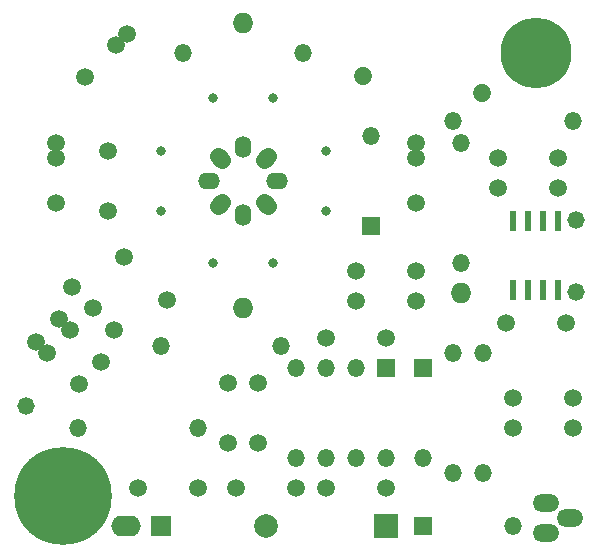
<source format=gts>
G04 (created by PCBNEW (22-Jun-2014 BZR 4027)-stable) date Mon 25 Jun 2018 12:36:10 AM CDT*
%MOIN*%
G04 Gerber Fmt 3.4, Leading zero omitted, Abs format*
%FSLAX34Y34*%
G01*
G70*
G90*
G04 APERTURE LIST*
%ADD10C,0.00590551*%
%ADD11O,0.0885X0.059*%
%ADD12O,0.059X0.059*%
%ADD13R,0.059X0.059*%
%ADD14R,0.069X0.069*%
%ADD15O,0.099X0.069*%
%ADD16C,0.23622*%
%ADD17C,0.059*%
%ADD18O,0.069X0.069*%
%ADD19R,0.079X0.079*%
%ADD20C,0.079*%
%ADD21C,0.325*%
%ADD22R,0.019X0.07*%
%ADD23C,0.059*%
%ADD24O,0.058X0.058*%
%ADD25C,0.056*%
%ADD26O,0.072X0.056*%
%ADD27O,0.056X0.072*%
%ADD28O,0.032X0.032*%
G04 APERTURE END LIST*
G54D10*
G54D11*
X95852Y-43250D03*
X96647Y-43750D03*
X95852Y-44250D03*
G54D12*
X92750Y-38250D03*
X92750Y-42250D03*
X93750Y-42250D03*
X93750Y-38250D03*
X83000Y-38000D03*
X87000Y-38000D03*
X83750Y-28250D03*
X87750Y-28250D03*
X84250Y-40750D03*
X80250Y-40750D03*
G54D13*
X90500Y-38750D03*
G54D12*
X89500Y-38750D03*
X88500Y-38750D03*
X87500Y-38750D03*
X87500Y-41750D03*
X88500Y-41750D03*
X90500Y-41750D03*
X89500Y-41750D03*
G54D14*
X83000Y-44000D03*
G54D15*
X81850Y-44000D03*
G54D16*
X95500Y-28250D03*
G54D17*
X94750Y-40750D03*
X96750Y-40750D03*
X91500Y-36500D03*
X89500Y-36500D03*
X85250Y-41250D03*
X85250Y-39250D03*
X86250Y-41250D03*
X86250Y-39250D03*
X88500Y-42750D03*
X90500Y-42750D03*
X81792Y-35042D03*
X83207Y-36457D03*
X81250Y-31500D03*
X81250Y-33500D03*
X96750Y-39750D03*
X94750Y-39750D03*
X90500Y-37750D03*
X88500Y-37750D03*
X87500Y-42750D03*
X85500Y-42750D03*
G54D18*
X85750Y-36750D03*
G54D19*
X90500Y-44000D03*
G54D20*
X86500Y-44000D03*
G54D13*
X91750Y-38750D03*
G54D12*
X91750Y-41750D03*
G54D13*
X90000Y-34000D03*
G54D12*
X90000Y-31000D03*
G54D13*
X91750Y-44000D03*
G54D12*
X94750Y-44000D03*
G54D17*
X81883Y-27616D03*
X80469Y-29030D03*
X81530Y-27969D03*
X79500Y-31250D03*
X79500Y-33250D03*
X79500Y-31750D03*
X91500Y-31250D03*
X91500Y-33250D03*
X91500Y-31750D03*
G54D21*
X79750Y-43000D03*
G54D18*
X85750Y-27250D03*
G54D22*
X96250Y-33850D03*
X95750Y-33850D03*
X95250Y-33850D03*
X94750Y-33850D03*
X94750Y-36150D03*
X95250Y-36150D03*
X95750Y-36150D03*
X96250Y-36150D03*
G54D23*
X89750Y-29000D02*
X89750Y-29000D01*
X93711Y-29556D02*
X93711Y-29556D01*
G54D12*
X96750Y-30500D03*
X92750Y-30500D03*
X93000Y-31250D03*
X93000Y-35250D03*
G54D17*
X94250Y-31750D03*
X96250Y-31750D03*
X96250Y-32750D03*
X94250Y-32750D03*
X96500Y-37250D03*
X94500Y-37250D03*
G54D18*
X93000Y-36250D03*
G54D17*
X79616Y-37116D03*
X81030Y-38530D03*
X79969Y-37469D03*
X78866Y-37866D03*
X80280Y-39280D03*
X79219Y-38219D03*
X80042Y-36042D03*
X81457Y-37457D03*
X80750Y-36750D03*
G54D24*
X96850Y-33800D03*
X96850Y-36200D03*
X78500Y-40000D03*
G54D25*
X85042Y-31792D02*
X84929Y-31679D01*
X86570Y-31679D02*
X86457Y-31792D01*
G54D26*
X86890Y-32500D03*
G54D27*
X85750Y-31359D03*
G54D25*
X86570Y-33320D02*
X86457Y-33207D01*
G54D27*
X85750Y-33640D03*
G54D25*
X85042Y-33207D02*
X84929Y-33320D01*
G54D26*
X84609Y-32500D03*
G54D17*
X84250Y-42750D03*
X82250Y-42750D03*
X91500Y-35500D03*
X89500Y-35500D03*
G54D28*
X84750Y-29750D03*
X86750Y-29750D03*
X83000Y-31500D03*
X83000Y-33500D03*
X88500Y-31500D03*
X88500Y-33500D03*
X86750Y-35250D03*
X84750Y-35250D03*
M02*

</source>
